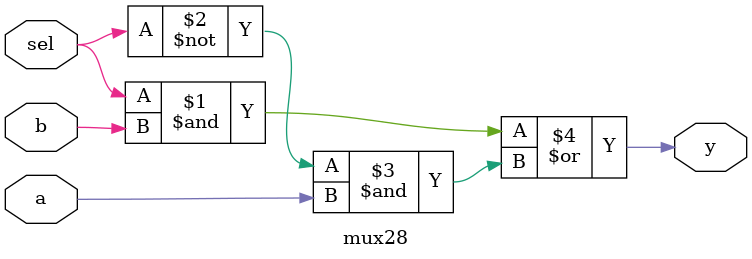
<source format=v>
module mux28 (input a, b, sel,
                    output y);

    assign y = (sel & b) | (~sel & a);
endmodule
</source>
